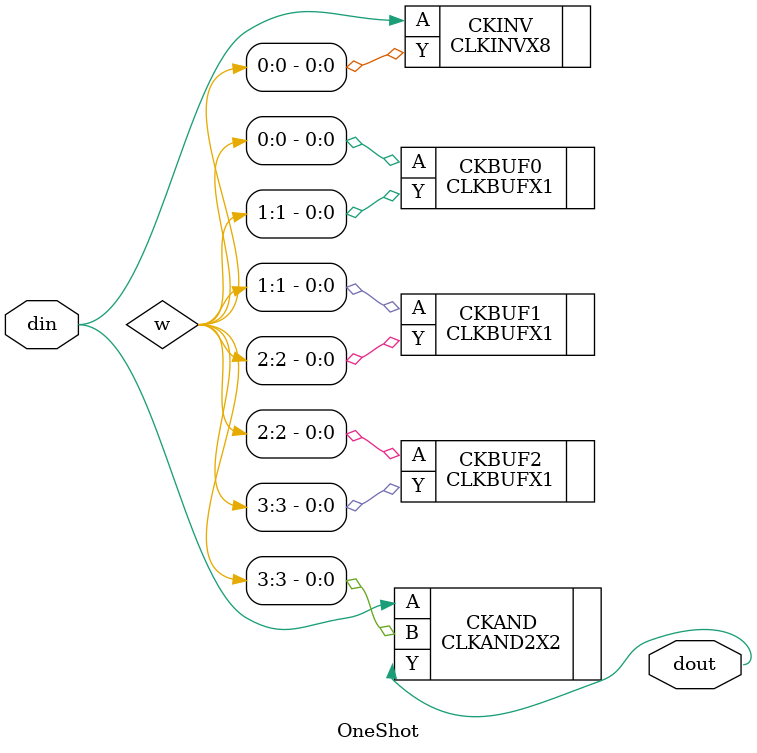
<source format=v>
module OneShot(
    input   din,
    output  dout
);
    parameter buffer_chain = 3;
    wire  [buffer_chain:0] w;
    
    CLKINVX8  CKINV  (.A(din),       .Y(w[0]));
    CLKBUFX1  CKBUF0 (.A(w[0]),      .Y(w[1]));
    CLKBUFX1  CKBUF1 (.A(w[1]),      .Y(w[2]));
    CLKBUFX1  CKBUF2 (.A(w[2]),      .Y(w[3]));
    CLKAND2X2 CKAND  (.A(din),       .B(w[3]),      .Y(dout));
endmodule

</source>
